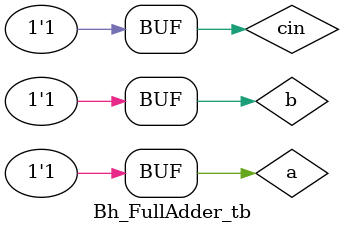
<source format=v>
module Bh_HalfAdder(a,b,s,c);
  output reg s,c;
  input a,b;
    always @(a or b)
    begin
      s=a^b;
      c=a&b;
    end
endmodule

module Bh_HalfAdder_tb;
  reg a,b;
  wire s,c;
  Bh_HalfAdder h1(a,b,s,c);
   
  always#10
    begin
      a=0;b=0;
      #10 a=0;b=1;
      #10 a=1;b=0;
      #10 a=1;b=1;
    end
endmodule

module Bh_FullAdder(a,b,cin,s,cout);
  input a,b,cin;
  output reg s,cout;
  
  always @(a,b,cin)
  begin
    s=a^b^cin;
    cout= ((a&b) + (b&cin) + (cin&a));
  end
endmodule

module Bh_FullAdder_tb;
  reg a,b,cin;
  wire s,cout;
  Bh_FullAdder f1(a,b,cin,s,cout);
  
  always 
  begin
    #10 a=0;b=0;cin=0;
    #10 a=0;b=0;cin=1;
    #10 a=0;b=1;cin=0;
    #10 a=0;b=1;cin=1;
    #10 a=1;b=0;cin=0;
    #10 a=1;b=0;cin=1;
    #10 a=1;b=1;cin=0;
    #10 a=1;b=1;cin=1;
  end
endmodule
</source>
